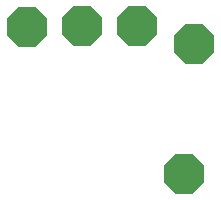
<source format=gbs>
G75*
G70*
%OFA0B0*%
%FSLAX24Y24*%
%IPPOS*%
%LPD*%
%AMOC8*
5,1,8,0,0,1.08239X$1,22.5*
%
%ADD10OC8,0.1330*%
D10*
X006860Y001517D03*
X007189Y005847D03*
X005274Y006432D03*
X003457Y006432D03*
X001614Y006393D03*
M02*

</source>
